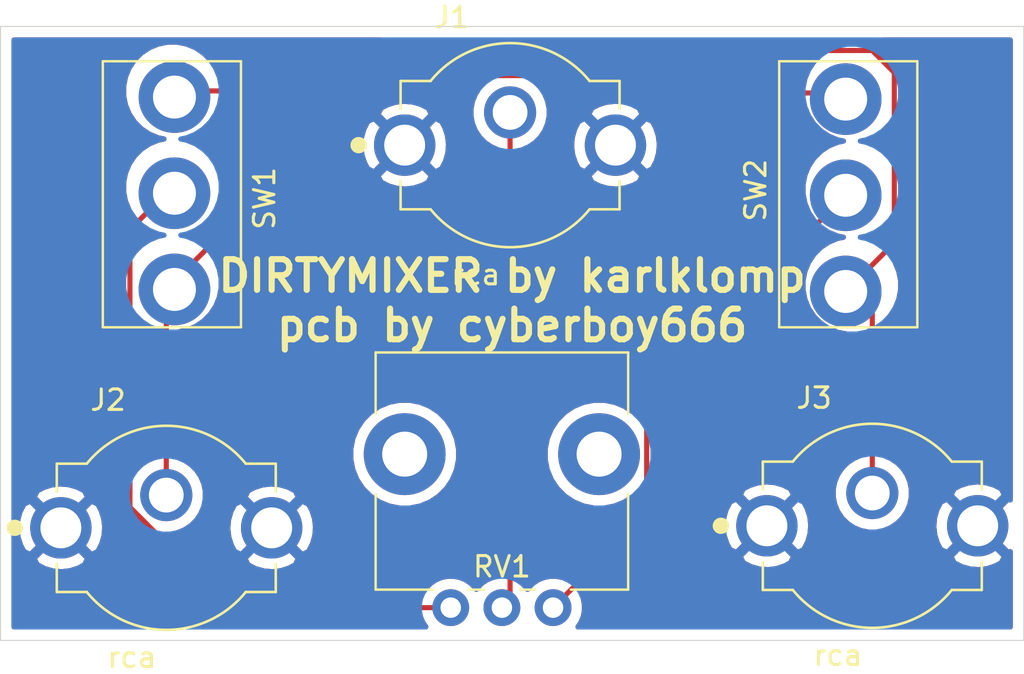
<source format=kicad_pcb>
(kicad_pcb (version 20171130) (host pcbnew "(5.1.4-0-10_14)")

  (general
    (thickness 1.6)
    (drawings 5)
    (tracks 26)
    (zones 0)
    (modules 6)
    (nets 7)
  )

  (page A4)
  (layers
    (0 F.Cu signal)
    (31 B.Cu signal)
    (32 B.Adhes user)
    (33 F.Adhes user)
    (34 B.Paste user)
    (35 F.Paste user)
    (36 B.SilkS user)
    (37 F.SilkS user)
    (38 B.Mask user)
    (39 F.Mask user)
    (40 Dwgs.User user)
    (41 Cmts.User user)
    (42 Eco1.User user)
    (43 Eco2.User user)
    (44 Edge.Cuts user)
    (45 Margin user)
    (46 B.CrtYd user)
    (47 F.CrtYd user)
    (48 B.Fab user)
    (49 F.Fab user)
  )

  (setup
    (last_trace_width 0.25)
    (user_trace_width 0.5)
    (trace_clearance 0.2)
    (zone_clearance 0.508)
    (zone_45_only no)
    (trace_min 0.2)
    (via_size 0.8)
    (via_drill 0.4)
    (via_min_size 0.4)
    (via_min_drill 0.3)
    (uvia_size 0.3)
    (uvia_drill 0.1)
    (uvias_allowed no)
    (uvia_min_size 0.2)
    (uvia_min_drill 0.1)
    (edge_width 0.05)
    (segment_width 0.2)
    (pcb_text_width 0.3)
    (pcb_text_size 1.5 1.5)
    (mod_edge_width 0.12)
    (mod_text_size 1 1)
    (mod_text_width 0.15)
    (pad_size 1.524 1.524)
    (pad_drill 0.762)
    (pad_to_mask_clearance 0.051)
    (solder_mask_min_width 0.25)
    (aux_axis_origin 0 0)
    (visible_elements FFFFFF7F)
    (pcbplotparams
      (layerselection 0x010fc_ffffffff)
      (usegerberextensions false)
      (usegerberattributes false)
      (usegerberadvancedattributes false)
      (creategerberjobfile false)
      (excludeedgelayer true)
      (linewidth 0.100000)
      (plotframeref false)
      (viasonmask false)
      (mode 1)
      (useauxorigin false)
      (hpglpennumber 1)
      (hpglpenspeed 20)
      (hpglpendiameter 15.000000)
      (psnegative false)
      (psa4output false)
      (plotreference true)
      (plotvalue true)
      (plotinvisibletext false)
      (padsonsilk false)
      (subtractmaskfromsilk false)
      (outputformat 1)
      (mirror false)
      (drillshape 1)
      (scaleselection 1)
      (outputdirectory ""))
  )

  (net 0 "")
  (net 1 "Net-(J1-Pad1)")
  (net 2 GND)
  (net 3 "Net-(J2-Pad1)")
  (net 4 "Net-(J3-Pad1)")
  (net 5 "Net-(RV1-Pad1)")
  (net 6 "Net-(RV1-Pad3)")

  (net_class Default "This is the default net class."
    (clearance 0.2)
    (trace_width 0.25)
    (via_dia 0.8)
    (via_drill 0.4)
    (uvia_dia 0.3)
    (uvia_drill 0.1)
    (add_net GND)
    (add_net "Net-(J1-Pad1)")
    (add_net "Net-(J2-Pad1)")
    (add_net "Net-(J3-Pad1)")
    (add_net "Net-(RV1-Pad1)")
    (add_net "Net-(RV1-Pad3)")
  )

  (module lib_fp:spdt_mini_toggle_switch_tayda (layer F.Cu) (tedit 5F98A9A8) (tstamp 5F98FE31)
    (at 141.4 58 270)
    (path /5F98E240)
    (fp_text reference SW2 (at 0 4.5 90) (layer F.SilkS)
      (effects (font (size 1 1) (thickness 0.15)))
    )
    (fp_text value SW_SPDT (at 0 2.5 90) (layer F.Fab)
      (effects (font (size 1 1) (thickness 0.15)))
    )
    (fp_line (start -6.3 -3.4) (end 6.7 -3.4) (layer F.CrtYd) (width 0.12))
    (fp_line (start -6.3 3.35) (end -6.3 -3.4) (layer F.CrtYd) (width 0.12))
    (fp_line (start 6.7 3.35) (end -6.3 3.35) (layer F.CrtYd) (width 0.12))
    (fp_line (start 6.7 -3.4) (end 6.7 3.35) (layer F.CrtYd) (width 0.12))
    (fp_line (start -6.3 -3.4) (end 6.7 -3.4) (layer F.Fab) (width 0.12))
    (fp_line (start -6.3 3.35) (end -6.3 -3.4) (layer F.Fab) (width 0.12))
    (fp_line (start 6.7 3.35) (end -6.3 3.35) (layer F.Fab) (width 0.12))
    (fp_line (start 6.7 -3.4) (end 6.7 3.35) (layer F.Fab) (width 0.12))
    (fp_line (start 6.7 -3.4) (end 6.7 0.1) (layer F.SilkS) (width 0.12))
    (fp_line (start -6.3 -3.4) (end 6.7 -3.4) (layer F.SilkS) (width 0.12))
    (fp_line (start -6.3 3.35) (end -6.3 -3.4) (layer F.SilkS) (width 0.12))
    (fp_line (start 6.7 3.35) (end -6.3 3.35) (layer F.SilkS) (width 0.12))
    (fp_line (start 6.7 0.1) (end 6.7 3.35) (layer F.SilkS) (width 0.12))
    (pad 3 thru_hole circle (at 4.95 0.1 270) (size 3.5 3.5) (drill 2.1) (layers *.Cu *.Mask)
      (net 4 "Net-(J3-Pad1)"))
    (pad 2 thru_hole circle (at 0.25 0.1 270) (size 3.5 3.5) (drill 2.1) (layers *.Cu *.Mask)
      (net 5 "Net-(RV1-Pad1)"))
    (pad 1 thru_hole circle (at -4.45 0.1 270) (size 3.5 3.5) (drill 2.1) (layers *.Cu *.Mask)
      (net 3 "Net-(J2-Pad1)"))
    (model ${KIPRJMOD}/3dmodels/spdt_toggle_switch.stp
      (offset (xyz -5 0 0))
      (scale (xyz 1 1 1))
      (rotate (xyz 0 0 0))
    )
  )

  (module lib_fp:spdt_mini_toggle_switch_tayda (layer F.Cu) (tedit 5F98A9A8) (tstamp 5F98FE1D)
    (at 108.4 58.4 90)
    (path /5F991EB9)
    (fp_text reference SW1 (at 0 4.5 90) (layer F.SilkS)
      (effects (font (size 1 1) (thickness 0.15)))
    )
    (fp_text value SW_SPDT (at 0 2.5 90) (layer F.Fab)
      (effects (font (size 1 1) (thickness 0.15)))
    )
    (fp_line (start -6.3 -3.4) (end 6.7 -3.4) (layer F.CrtYd) (width 0.12))
    (fp_line (start -6.3 3.35) (end -6.3 -3.4) (layer F.CrtYd) (width 0.12))
    (fp_line (start 6.7 3.35) (end -6.3 3.35) (layer F.CrtYd) (width 0.12))
    (fp_line (start 6.7 -3.4) (end 6.7 3.35) (layer F.CrtYd) (width 0.12))
    (fp_line (start -6.3 -3.4) (end 6.7 -3.4) (layer F.Fab) (width 0.12))
    (fp_line (start -6.3 3.35) (end -6.3 -3.4) (layer F.Fab) (width 0.12))
    (fp_line (start 6.7 3.35) (end -6.3 3.35) (layer F.Fab) (width 0.12))
    (fp_line (start 6.7 -3.4) (end 6.7 3.35) (layer F.Fab) (width 0.12))
    (fp_line (start 6.7 -3.4) (end 6.7 0.1) (layer F.SilkS) (width 0.12))
    (fp_line (start -6.3 -3.4) (end 6.7 -3.4) (layer F.SilkS) (width 0.12))
    (fp_line (start -6.3 3.35) (end -6.3 -3.4) (layer F.SilkS) (width 0.12))
    (fp_line (start 6.7 3.35) (end -6.3 3.35) (layer F.SilkS) (width 0.12))
    (fp_line (start 6.7 0.1) (end 6.7 3.35) (layer F.SilkS) (width 0.12))
    (pad 3 thru_hole circle (at 4.95 0.1 90) (size 3.5 3.5) (drill 2.1) (layers *.Cu *.Mask)
      (net 4 "Net-(J3-Pad1)"))
    (pad 2 thru_hole circle (at 0.25 0.1 90) (size 3.5 3.5) (drill 2.1) (layers *.Cu *.Mask)
      (net 6 "Net-(RV1-Pad3)"))
    (pad 1 thru_hole circle (at -4.45 0.1 90) (size 3.5 3.5) (drill 2.1) (layers *.Cu *.Mask)
      (net 3 "Net-(J2-Pad1)"))
    (model ${KIPRJMOD}/3dmodels/spdt_toggle_switch.stp
      (offset (xyz -5 0 0))
      (scale (xyz 1 1 1))
      (rotate (xyz 0 0 0))
    )
  )

  (module lib_fp:pot_vertical_9mm (layer F.Cu) (tedit 5F9899E5) (tstamp 5F98FAE6)
    (at 127 78.4 90)
    (descr "Potentiometer, vertical, Alps RK09L Single, http://www.alps.com/prod/info/E/HTML/Potentiometer/RotaryPotentiometers/RK09L/RK09L_list.html")
    (tags "Potentiometer vertical Alps RK09L Single")
    (path /5F98EFA8)
    (fp_text reference RV1 (at 2 -2.5 180) (layer F.SilkS)
      (effects (font (size 1 1) (thickness 0.15)))
    )
    (fp_text value R_POT (at 3.45 -1.55 180) (layer F.Fab)
      (effects (font (size 1 1) (thickness 0.15)))
    )
    (fp_text user %R (at 2 -2.5) (layer F.Fab)
      (effects (font (size 1 1) (thickness 0.15)))
    )
    (fp_line (start 12.6 -9.5) (end -1.15 -9.5) (layer F.CrtYd) (width 0.05))
    (fp_line (start 12.6 4.5) (end 12.6 -9.5) (layer F.CrtYd) (width 0.05))
    (fp_line (start -1.15 4.5) (end 12.6 4.5) (layer F.CrtYd) (width 0.05))
    (fp_line (start -1.15 -9.5) (end -1.15 4.5) (layer F.CrtYd) (width 0.05))
    (fp_line (start 12.47 -8.67) (end 12.47 3.67) (layer F.SilkS) (width 0.12))
    (fp_line (start 0.88 0.87) (end 0.88 3.67) (layer F.SilkS) (width 0.12))
    (fp_line (start 0.88 -1.629) (end 0.88 -0.87) (layer F.SilkS) (width 0.12))
    (fp_line (start 0.88 -4.129) (end 0.88 -3.37) (layer F.SilkS) (width 0.12))
    (fp_line (start 0.88 -8.67) (end 0.88 -5.871) (layer F.SilkS) (width 0.12))
    (fp_line (start 9.455 3.67) (end 12.47 3.67) (layer F.SilkS) (width 0.12))
    (fp_line (start 0.88 3.67) (end 5.546 3.67) (layer F.SilkS) (width 0.12))
    (fp_line (start 9.455 -8.67) (end 12.47 -8.67) (layer F.SilkS) (width 0.12))
    (fp_line (start 0.88 -8.67) (end 5.546 -8.67) (layer F.SilkS) (width 0.12))
    (fp_line (start 12.35 -8.55) (end 1 -8.55) (layer F.Fab) (width 0.1))
    (fp_line (start 12.35 3.55) (end 12.35 -8.55) (layer F.Fab) (width 0.1))
    (fp_line (start 1 3.55) (end 12.35 3.55) (layer F.Fab) (width 0.1))
    (fp_line (start 1 -8.55) (end 1 3.55) (layer F.Fab) (width 0.1))
    (fp_circle (center 7.5 -2.5) (end 10.5 -2.5) (layer F.Fab) (width 0.1))
    (pad "" np_thru_hole circle (at 7.5 2.25 90) (size 4 4) (drill 2.2) (layers *.Cu *.Mask))
    (pad "" np_thru_hole circle (at 7.5 -7.25 90) (size 4 4) (drill 2.2) (layers *.Cu *.Mask))
    (pad 1 thru_hole circle (at 0 0 90) (size 1.8 1.8) (drill 1) (layers *.Cu *.Mask)
      (net 5 "Net-(RV1-Pad1)"))
    (pad 2 thru_hole circle (at 0 -2.5 90) (size 1.8 1.8) (drill 1) (layers *.Cu *.Mask)
      (net 1 "Net-(J1-Pad1)"))
    (pad 3 thru_hole circle (at 0 -5 90) (size 1.8 1.8) (drill 1) (layers *.Cu *.Mask)
      (net 6 "Net-(RV1-Pad3)"))
    (model ${KISYS3DMOD}/Potentiometer_THT.3dshapes/Potentiometer_Alps_RK09L_Single_Vertical.wrl
      (at (xyz 0 0 0))
      (scale (xyz 1 1 1))
      (rotate (xyz 0 0 0))
    )
    (model ${KIPRJMOD}/3dmodels/pot_vertical.step
      (offset (xyz 7 2.4 1))
      (scale (xyz 1 1 1))
      (rotate (xyz 0 0 -90))
    )
  )

  (module lib_fp:rca_vertical (layer F.Cu) (tedit 5F989BB0) (tstamp 5F98FACA)
    (at 142.6 74.4)
    (descr "<b>DC POWER JACK</b><p>Source: DCJ0202.pdf")
    (path /5F98CBC5)
    (fp_text reference J3 (at -2.84404 -6.24388) (layer F.SilkS)
      (effects (font (size 1.00143 1.00143) (thickness 0.15)))
    )
    (fp_text value rca (at -1.67672 6.32154) (layer F.SilkS)
      (effects (font (size 1.00104 1.00104) (thickness 0.15)))
    )
    (fp_line (start 5.35 1.765) (end 5.35 3.135) (layer F.SilkS) (width 0.127))
    (fp_line (start 5.35 -3.135) (end 5.35 -1.765) (layer F.SilkS) (width 0.127))
    (fp_line (start -5.35 -3.135) (end -5.35 -1.765) (layer F.SilkS) (width 0.127))
    (fp_line (start -5.35 1.765) (end -5.35 3.135) (layer F.SilkS) (width 0.127))
    (fp_line (start -6.9 1.75) (end -5.6 1.75) (layer Eco1.User) (width 0.05))
    (fp_line (start -6.9 -1.7) (end -6.9 1.75) (layer Eco1.User) (width 0.05))
    (fp_line (start -5.6 -1.7) (end -6.9 -1.7) (layer Eco1.User) (width 0.05))
    (fp_line (start 6.95 1.7) (end 5.6 1.7) (layer Eco1.User) (width 0.05))
    (fp_line (start 6.95 -1.75) (end 6.95 1.7) (layer Eco1.User) (width 0.05))
    (fp_line (start 5.6 -1.75) (end 6.95 -1.75) (layer Eco1.User) (width 0.05))
    (fp_arc (start -0.002 0.223988) (end -3.901 3.385) (angle -101.9) (layer Eco1.User) (width 0.05))
    (fp_arc (start -0.004 -0.223988) (end 3.895 -3.385) (angle -101.9) (layer Eco1.User) (width 0.05))
    (fp_line (start 5.6 3.385) (end 3.904 3.385) (layer Eco1.User) (width 0.05))
    (fp_line (start -3.901 3.385) (end -5.6 3.385) (layer Eco1.User) (width 0.05))
    (fp_line (start -5.6 -3.385) (end -5.605 -3.385) (layer Eco1.User) (width 0.05))
    (fp_line (start -3.903 -3.385) (end -5.6 -3.385) (layer Eco1.User) (width 0.05))
    (fp_line (start 5.6 -3.385) (end 3.895 -3.385) (layer Eco1.User) (width 0.05))
    (fp_line (start 5.6 -1.75) (end 5.6 -3.385) (layer Eco1.User) (width 0.05))
    (fp_line (start 5.6 3.385) (end 5.6 1.7) (layer Eco1.User) (width 0.05))
    (fp_line (start -5.6 1.75) (end -5.6 3.385) (layer Eco1.User) (width 0.05))
    (fp_line (start -5.6 -3.385) (end -5.6 -1.7) (layer Eco1.User) (width 0.05))
    (fp_arc (start 0 -0.013851) (end -3.884 3.135) (angle -101.9) (layer F.SilkS) (width 0.127))
    (fp_arc (start 0 0.013851) (end 3.884 -3.135) (angle -101.9) (layer F.SilkS) (width 0.127))
    (fp_line (start 5.35 3.135) (end 3.884 3.135) (layer F.SilkS) (width 0.127))
    (fp_line (start -3.884 3.135) (end -5.35 3.135) (layer F.SilkS) (width 0.127))
    (fp_line (start -3.884 -3.135) (end -5.35 -3.135) (layer F.SilkS) (width 0.127))
    (fp_line (start 5.35 -3.135) (end 3.884 -3.135) (layer F.SilkS) (width 0.127))
    (fp_arc (start 0 -0.013851) (end -3.884 3.135) (angle -101.9) (layer Eco2.User) (width 0.127))
    (fp_arc (start 0 0.013851) (end 3.884 -3.135) (angle -101.9) (layer Eco2.User) (width 0.127))
    (fp_line (start 5.35 3.135) (end 3.884 3.135) (layer Eco2.User) (width 0.127))
    (fp_line (start -3.884 3.135) (end -5.35 3.135) (layer Eco2.User) (width 0.127))
    (fp_line (start -3.884 -3.135) (end -5.35 -3.135) (layer Eco2.User) (width 0.127))
    (fp_line (start 5.35 -3.135) (end 3.884 -3.135) (layer Eco2.User) (width 0.127))
    (fp_line (start 5.35 3.135) (end 5.35 -3.135) (layer Eco2.User) (width 0.127))
    (fp_line (start -5.35 -3.135) (end -5.35 3.135) (layer Eco2.User) (width 0.127))
    (fp_circle (center -7.4 0) (end -7.2 0) (layer F.SilkS) (width 0.4))
    (pad 1 thru_hole circle (at 0 -1.6) (size 2.55 2.55) (drill 1.7) (layers *.Cu *.Mask)
      (net 4 "Net-(J3-Pad1)"))
    (pad 2 thru_hole circle (at 5.15 0) (size 3 3) (drill 2) (layers *.Cu *.Mask)
      (net 2 GND))
    (pad 2 thru_hole circle (at -5.15 0) (size 3 3) (drill 2) (layers *.Cu *.Mask)
      (net 2 GND))
    (model ${KIPRJMOD}/3dmodels/rca_vertical.step
      (offset (xyz 0 0 -5))
      (scale (xyz 1 1 1))
      (rotate (xyz 90 90 180))
    )
  )

  (module lib_fp:rca_vertical (layer F.Cu) (tedit 5F989BB0) (tstamp 5F98FA9F)
    (at 108.1 74.5)
    (descr "<b>DC POWER JACK</b><p>Source: DCJ0202.pdf")
    (path /5F98C09F)
    (fp_text reference J2 (at -2.84404 -6.24388) (layer F.SilkS)
      (effects (font (size 1.00143 1.00143) (thickness 0.15)))
    )
    (fp_text value rca (at -1.67672 6.32154) (layer F.SilkS)
      (effects (font (size 1.00104 1.00104) (thickness 0.15)))
    )
    (fp_line (start 5.35 1.765) (end 5.35 3.135) (layer F.SilkS) (width 0.127))
    (fp_line (start 5.35 -3.135) (end 5.35 -1.765) (layer F.SilkS) (width 0.127))
    (fp_line (start -5.35 -3.135) (end -5.35 -1.765) (layer F.SilkS) (width 0.127))
    (fp_line (start -5.35 1.765) (end -5.35 3.135) (layer F.SilkS) (width 0.127))
    (fp_line (start -6.9 1.75) (end -5.6 1.75) (layer Eco1.User) (width 0.05))
    (fp_line (start -6.9 -1.7) (end -6.9 1.75) (layer Eco1.User) (width 0.05))
    (fp_line (start -5.6 -1.7) (end -6.9 -1.7) (layer Eco1.User) (width 0.05))
    (fp_line (start 6.95 1.7) (end 5.6 1.7) (layer Eco1.User) (width 0.05))
    (fp_line (start 6.95 -1.75) (end 6.95 1.7) (layer Eco1.User) (width 0.05))
    (fp_line (start 5.6 -1.75) (end 6.95 -1.75) (layer Eco1.User) (width 0.05))
    (fp_arc (start -0.002 0.223988) (end -3.901 3.385) (angle -101.9) (layer Eco1.User) (width 0.05))
    (fp_arc (start -0.004 -0.223988) (end 3.895 -3.385) (angle -101.9) (layer Eco1.User) (width 0.05))
    (fp_line (start 5.6 3.385) (end 3.904 3.385) (layer Eco1.User) (width 0.05))
    (fp_line (start -3.901 3.385) (end -5.6 3.385) (layer Eco1.User) (width 0.05))
    (fp_line (start -5.6 -3.385) (end -5.605 -3.385) (layer Eco1.User) (width 0.05))
    (fp_line (start -3.903 -3.385) (end -5.6 -3.385) (layer Eco1.User) (width 0.05))
    (fp_line (start 5.6 -3.385) (end 3.895 -3.385) (layer Eco1.User) (width 0.05))
    (fp_line (start 5.6 -1.75) (end 5.6 -3.385) (layer Eco1.User) (width 0.05))
    (fp_line (start 5.6 3.385) (end 5.6 1.7) (layer Eco1.User) (width 0.05))
    (fp_line (start -5.6 1.75) (end -5.6 3.385) (layer Eco1.User) (width 0.05))
    (fp_line (start -5.6 -3.385) (end -5.6 -1.7) (layer Eco1.User) (width 0.05))
    (fp_arc (start 0 -0.013851) (end -3.884 3.135) (angle -101.9) (layer F.SilkS) (width 0.127))
    (fp_arc (start 0 0.013851) (end 3.884 -3.135) (angle -101.9) (layer F.SilkS) (width 0.127))
    (fp_line (start 5.35 3.135) (end 3.884 3.135) (layer F.SilkS) (width 0.127))
    (fp_line (start -3.884 3.135) (end -5.35 3.135) (layer F.SilkS) (width 0.127))
    (fp_line (start -3.884 -3.135) (end -5.35 -3.135) (layer F.SilkS) (width 0.127))
    (fp_line (start 5.35 -3.135) (end 3.884 -3.135) (layer F.SilkS) (width 0.127))
    (fp_arc (start 0 -0.013851) (end -3.884 3.135) (angle -101.9) (layer Eco2.User) (width 0.127))
    (fp_arc (start 0 0.013851) (end 3.884 -3.135) (angle -101.9) (layer Eco2.User) (width 0.127))
    (fp_line (start 5.35 3.135) (end 3.884 3.135) (layer Eco2.User) (width 0.127))
    (fp_line (start -3.884 3.135) (end -5.35 3.135) (layer Eco2.User) (width 0.127))
    (fp_line (start -3.884 -3.135) (end -5.35 -3.135) (layer Eco2.User) (width 0.127))
    (fp_line (start 5.35 -3.135) (end 3.884 -3.135) (layer Eco2.User) (width 0.127))
    (fp_line (start 5.35 3.135) (end 5.35 -3.135) (layer Eco2.User) (width 0.127))
    (fp_line (start -5.35 -3.135) (end -5.35 3.135) (layer Eco2.User) (width 0.127))
    (fp_circle (center -7.4 0) (end -7.2 0) (layer F.SilkS) (width 0.4))
    (pad 1 thru_hole circle (at 0 -1.6) (size 2.55 2.55) (drill 1.7) (layers *.Cu *.Mask)
      (net 3 "Net-(J2-Pad1)"))
    (pad 2 thru_hole circle (at 5.15 0) (size 3 3) (drill 2) (layers *.Cu *.Mask)
      (net 2 GND))
    (pad 2 thru_hole circle (at -5.15 0) (size 3 3) (drill 2) (layers *.Cu *.Mask)
      (net 2 GND))
    (model ${KIPRJMOD}/3dmodels/rca_vertical.step
      (offset (xyz 0 0 -5))
      (scale (xyz 1 1 1))
      (rotate (xyz 90 90 180))
    )
  )

  (module lib_fp:rca_vertical (layer F.Cu) (tedit 5F989BB0) (tstamp 5F98FA74)
    (at 124.9 55.8)
    (descr "<b>DC POWER JACK</b><p>Source: DCJ0202.pdf")
    (path /5F98FF9E)
    (fp_text reference J1 (at -2.84404 -6.24388) (layer F.SilkS)
      (effects (font (size 1.00143 1.00143) (thickness 0.15)))
    )
    (fp_text value rca (at -1.67672 6.32154) (layer F.SilkS)
      (effects (font (size 1.00104 1.00104) (thickness 0.15)))
    )
    (fp_line (start 5.35 1.765) (end 5.35 3.135) (layer F.SilkS) (width 0.127))
    (fp_line (start 5.35 -3.135) (end 5.35 -1.765) (layer F.SilkS) (width 0.127))
    (fp_line (start -5.35 -3.135) (end -5.35 -1.765) (layer F.SilkS) (width 0.127))
    (fp_line (start -5.35 1.765) (end -5.35 3.135) (layer F.SilkS) (width 0.127))
    (fp_line (start -6.9 1.75) (end -5.6 1.75) (layer Eco1.User) (width 0.05))
    (fp_line (start -6.9 -1.7) (end -6.9 1.75) (layer Eco1.User) (width 0.05))
    (fp_line (start -5.6 -1.7) (end -6.9 -1.7) (layer Eco1.User) (width 0.05))
    (fp_line (start 6.95 1.7) (end 5.6 1.7) (layer Eco1.User) (width 0.05))
    (fp_line (start 6.95 -1.75) (end 6.95 1.7) (layer Eco1.User) (width 0.05))
    (fp_line (start 5.6 -1.75) (end 6.95 -1.75) (layer Eco1.User) (width 0.05))
    (fp_arc (start -0.002 0.223988) (end -3.901 3.385) (angle -101.9) (layer Eco1.User) (width 0.05))
    (fp_arc (start -0.004 -0.223988) (end 3.895 -3.385) (angle -101.9) (layer Eco1.User) (width 0.05))
    (fp_line (start 5.6 3.385) (end 3.904 3.385) (layer Eco1.User) (width 0.05))
    (fp_line (start -3.901 3.385) (end -5.6 3.385) (layer Eco1.User) (width 0.05))
    (fp_line (start -5.6 -3.385) (end -5.605 -3.385) (layer Eco1.User) (width 0.05))
    (fp_line (start -3.903 -3.385) (end -5.6 -3.385) (layer Eco1.User) (width 0.05))
    (fp_line (start 5.6 -3.385) (end 3.895 -3.385) (layer Eco1.User) (width 0.05))
    (fp_line (start 5.6 -1.75) (end 5.6 -3.385) (layer Eco1.User) (width 0.05))
    (fp_line (start 5.6 3.385) (end 5.6 1.7) (layer Eco1.User) (width 0.05))
    (fp_line (start -5.6 1.75) (end -5.6 3.385) (layer Eco1.User) (width 0.05))
    (fp_line (start -5.6 -3.385) (end -5.6 -1.7) (layer Eco1.User) (width 0.05))
    (fp_arc (start 0 -0.013851) (end -3.884 3.135) (angle -101.9) (layer F.SilkS) (width 0.127))
    (fp_arc (start 0 0.013851) (end 3.884 -3.135) (angle -101.9) (layer F.SilkS) (width 0.127))
    (fp_line (start 5.35 3.135) (end 3.884 3.135) (layer F.SilkS) (width 0.127))
    (fp_line (start -3.884 3.135) (end -5.35 3.135) (layer F.SilkS) (width 0.127))
    (fp_line (start -3.884 -3.135) (end -5.35 -3.135) (layer F.SilkS) (width 0.127))
    (fp_line (start 5.35 -3.135) (end 3.884 -3.135) (layer F.SilkS) (width 0.127))
    (fp_arc (start 0 -0.013851) (end -3.884 3.135) (angle -101.9) (layer Eco2.User) (width 0.127))
    (fp_arc (start 0 0.013851) (end 3.884 -3.135) (angle -101.9) (layer Eco2.User) (width 0.127))
    (fp_line (start 5.35 3.135) (end 3.884 3.135) (layer Eco2.User) (width 0.127))
    (fp_line (start -3.884 3.135) (end -5.35 3.135) (layer Eco2.User) (width 0.127))
    (fp_line (start -3.884 -3.135) (end -5.35 -3.135) (layer Eco2.User) (width 0.127))
    (fp_line (start 5.35 -3.135) (end 3.884 -3.135) (layer Eco2.User) (width 0.127))
    (fp_line (start 5.35 3.135) (end 5.35 -3.135) (layer Eco2.User) (width 0.127))
    (fp_line (start -5.35 -3.135) (end -5.35 3.135) (layer Eco2.User) (width 0.127))
    (fp_circle (center -7.4 0) (end -7.2 0) (layer F.SilkS) (width 0.4))
    (pad 1 thru_hole circle (at 0 -1.6) (size 2.55 2.55) (drill 1.7) (layers *.Cu *.Mask)
      (net 1 "Net-(J1-Pad1)"))
    (pad 2 thru_hole circle (at 5.15 0) (size 3 3) (drill 2) (layers *.Cu *.Mask)
      (net 2 GND))
    (pad 2 thru_hole circle (at -5.15 0) (size 3 3) (drill 2) (layers *.Cu *.Mask)
      (net 2 GND))
    (model ${KIPRJMOD}/3dmodels/rca_vertical.step
      (offset (xyz 0 0 -5))
      (scale (xyz 1 1 1))
      (rotate (xyz 90 90 180))
    )
  )

  (gr_text "DIRTYMIXER by karlklomp\npcb by cyberboy666" (at 125 63.4) (layer F.SilkS)
    (effects (font (size 1.5 1.5) (thickness 0.3)))
  )
  (gr_line (start 100 80) (end 100 50) (layer Edge.Cuts) (width 0.05) (tstamp 5F98FFA1))
  (gr_line (start 150 80) (end 100 80) (layer Edge.Cuts) (width 0.05))
  (gr_line (start 150 50) (end 150 80) (layer Edge.Cuts) (width 0.05))
  (gr_line (start 100 50) (end 150 50) (layer Edge.Cuts) (width 0.05))

  (segment (start 124.9 78) (end 124.5 78.4) (width 0.25) (layer F.Cu) (net 1))
  (segment (start 124.9 54.2) (end 124.9 78) (width 0.25) (layer F.Cu) (net 1))
  (segment (start 108.1 62.85) (end 108.4 62.55) (width 0.25) (layer F.Cu) (net 3))
  (segment (start 108.1 72.9) (end 108.1 62.85) (width 0.25) (layer F.Cu) (net 3))
  (segment (start 141.6 53.25) (end 130.65 53.25) (width 0.25) (layer F.Cu) (net 3))
  (segment (start 130.65 53.25) (end 129.8 52.4) (width 0.25) (layer F.Cu) (net 3))
  (segment (start 118.55 52.4) (end 108.4 62.55) (width 0.25) (layer F.Cu) (net 3))
  (segment (start 129.8 52.4) (end 118.55 52.4) (width 0.25) (layer F.Cu) (net 3))
  (segment (start 142.6 63.65) (end 141.6 62.65) (width 0.25) (layer F.Cu) (net 4))
  (segment (start 142.6 72.8) (end 142.6 63.65) (width 0.25) (layer F.Cu) (net 4))
  (segment (start 143.349999 60.900001) (end 141.6 62.65) (width 0.25) (layer F.Cu) (net 4))
  (segment (start 142.596001 51.174999) (end 143.675001 52.253999) (width 0.25) (layer F.Cu) (net 4))
  (segment (start 119.138591 51.174999) (end 142.596001 51.174999) (width 0.25) (layer F.Cu) (net 4))
  (segment (start 143.675001 60.574999) (end 143.349999 60.900001) (width 0.25) (layer F.Cu) (net 4))
  (segment (start 117.16359 53.15) (end 119.138591 51.174999) (width 0.25) (layer F.Cu) (net 4))
  (segment (start 143.675001 52.253999) (end 143.675001 60.574999) (width 0.25) (layer F.Cu) (net 4))
  (segment (start 108.4 53.15) (end 117.16359 53.15) (width 0.25) (layer F.Cu) (net 4))
  (segment (start 139.850001 59.699999) (end 141.6 57.95) (width 0.25) (layer F.Cu) (net 5))
  (segment (start 131.575001 67.974999) (end 139.850001 59.699999) (width 0.25) (layer F.Cu) (net 5))
  (segment (start 131.575001 73.824999) (end 131.575001 67.974999) (width 0.25) (layer F.Cu) (net 5))
  (segment (start 127 78.4) (end 131.575001 73.824999) (width 0.25) (layer F.Cu) (net 5))
  (segment (start 106.650001 59.599999) (end 108.4 57.85) (width 0.25) (layer F.Cu) (net 6))
  (segment (start 106.324999 59.925001) (end 106.650001 59.599999) (width 0.25) (layer F.Cu) (net 6))
  (segment (start 106.324999 73.493001) (end 106.324999 59.925001) (width 0.25) (layer F.Cu) (net 6))
  (segment (start 111.231998 78.4) (end 106.324999 73.493001) (width 0.25) (layer F.Cu) (net 6))
  (segment (start 122 78.4) (end 111.231998 78.4) (width 0.25) (layer F.Cu) (net 6))

  (zone (net 2) (net_name GND) (layer F.Cu) (tstamp 0) (hatch edge 0.508)
    (connect_pads (clearance 0.508))
    (min_thickness 0.254)
    (fill yes (arc_segments 32) (thermal_gap 0.508) (thermal_bridge_width 0.508))
    (polygon
      (pts
        (xy 100 50) (xy 150 50) (xy 150 80) (xy 100 80)
      )
    )
    (filled_polygon
      (pts
        (xy 118.574792 50.663996) (xy 116.848789 52.39) (xy 110.666703 52.39) (xy 110.51356 52.020279) (xy 110.25255 51.629651)
        (xy 109.920349 51.29745) (xy 109.529721 51.03644) (xy 109.095679 50.856654) (xy 108.634902 50.765) (xy 108.165098 50.765)
        (xy 107.704321 50.856654) (xy 107.270279 51.03644) (xy 106.879651 51.29745) (xy 106.54745 51.629651) (xy 106.28644 52.020279)
        (xy 106.106654 52.454321) (xy 106.015 52.915098) (xy 106.015 53.384902) (xy 106.106654 53.845679) (xy 106.28644 54.279721)
        (xy 106.54745 54.670349) (xy 106.879651 55.00255) (xy 107.270279 55.26356) (xy 107.704321 55.443346) (xy 107.989141 55.5)
        (xy 107.704321 55.556654) (xy 107.270279 55.73644) (xy 106.879651 55.99745) (xy 106.54745 56.329651) (xy 106.28644 56.720279)
        (xy 106.106654 57.154321) (xy 106.015 57.615098) (xy 106.015 58.084902) (xy 106.106654 58.545679) (xy 106.259798 58.915401)
        (xy 105.813997 59.361202) (xy 105.784999 59.385) (xy 105.761201 59.413998) (xy 105.7612 59.413999) (xy 105.690025 59.500725)
        (xy 105.619453 59.632755) (xy 105.598282 59.70255) (xy 105.575997 59.776015) (xy 105.571074 59.825997) (xy 105.561323 59.925001)
        (xy 105.565 59.962333) (xy 105.564999 73.455679) (xy 105.561323 73.493001) (xy 105.564999 73.530323) (xy 105.564999 73.530333)
        (xy 105.575996 73.641986) (xy 105.619453 73.785247) (xy 105.690025 73.917277) (xy 105.72987 73.965827) (xy 105.784998 74.033002)
        (xy 105.814002 74.056805) (xy 110.668199 78.911003) (xy 110.691997 78.940001) (xy 110.720995 78.963799) (xy 110.807722 79.034974)
        (xy 110.939751 79.105546) (xy 111.083012 79.149003) (xy 111.231998 79.163677) (xy 111.269331 79.16) (xy 120.661687 79.16)
        (xy 120.78196 79.34) (xy 100.66 79.34) (xy 100.66 75.991653) (xy 101.637952 75.991653) (xy 101.793962 76.307214)
        (xy 102.168745 76.49802) (xy 102.573551 76.612044) (xy 102.992824 76.644902) (xy 103.410451 76.595334) (xy 103.810383 76.465243)
        (xy 104.106038 76.307214) (xy 104.262048 75.991653) (xy 102.95 74.679605) (xy 101.637952 75.991653) (xy 100.66 75.991653)
        (xy 100.66 74.542824) (xy 100.805098 74.542824) (xy 100.854666 74.960451) (xy 100.984757 75.360383) (xy 101.142786 75.656038)
        (xy 101.458347 75.812048) (xy 102.770395 74.5) (xy 103.129605 74.5) (xy 104.441653 75.812048) (xy 104.757214 75.656038)
        (xy 104.94802 75.281255) (xy 105.062044 74.876449) (xy 105.094902 74.457176) (xy 105.045334 74.039549) (xy 104.915243 73.639617)
        (xy 104.757214 73.343962) (xy 104.441653 73.187952) (xy 103.129605 74.5) (xy 102.770395 74.5) (xy 101.458347 73.187952)
        (xy 101.142786 73.343962) (xy 100.95198 73.718745) (xy 100.837956 74.123551) (xy 100.805098 74.542824) (xy 100.66 74.542824)
        (xy 100.66 73.008347) (xy 101.637952 73.008347) (xy 102.95 74.320395) (xy 104.262048 73.008347) (xy 104.106038 72.692786)
        (xy 103.731255 72.50198) (xy 103.326449 72.387956) (xy 102.907176 72.355098) (xy 102.489549 72.404666) (xy 102.089617 72.534757)
        (xy 101.793962 72.692786) (xy 101.637952 73.008347) (xy 100.66 73.008347) (xy 100.66 50.66) (xy 118.578071 50.66)
      )
    )
    (filled_polygon
      (pts
        (xy 149.340001 73.136574) (xy 149.241653 73.087952) (xy 147.929605 74.4) (xy 149.241653 75.712048) (xy 149.340001 75.663426)
        (xy 149.340001 79.34) (xy 128.21804 79.34) (xy 128.360299 79.127095) (xy 128.476011 78.847743) (xy 128.535 78.551184)
        (xy 128.535 78.248816) (xy 128.483731 77.99107) (xy 130.583148 75.891653) (xy 136.137952 75.891653) (xy 136.293962 76.207214)
        (xy 136.668745 76.39802) (xy 137.073551 76.512044) (xy 137.492824 76.544902) (xy 137.910451 76.495334) (xy 138.310383 76.365243)
        (xy 138.606038 76.207214) (xy 138.762048 75.891653) (xy 146.437952 75.891653) (xy 146.593962 76.207214) (xy 146.968745 76.39802)
        (xy 147.373551 76.512044) (xy 147.792824 76.544902) (xy 148.210451 76.495334) (xy 148.610383 76.365243) (xy 148.906038 76.207214)
        (xy 149.062048 75.891653) (xy 147.75 74.579605) (xy 146.437952 75.891653) (xy 138.762048 75.891653) (xy 137.45 74.579605)
        (xy 136.137952 75.891653) (xy 130.583148 75.891653) (xy 132.031978 74.442824) (xy 135.305098 74.442824) (xy 135.354666 74.860451)
        (xy 135.484757 75.260383) (xy 135.642786 75.556038) (xy 135.958347 75.712048) (xy 137.270395 74.4) (xy 137.629605 74.4)
        (xy 138.941653 75.712048) (xy 139.257214 75.556038) (xy 139.44802 75.181255) (xy 139.562044 74.776449) (xy 139.594902 74.357176)
        (xy 139.545334 73.939549) (xy 139.415243 73.539617) (xy 139.257214 73.243962) (xy 138.941653 73.087952) (xy 137.629605 74.4)
        (xy 137.270395 74.4) (xy 135.958347 73.087952) (xy 135.642786 73.243962) (xy 135.45198 73.618745) (xy 135.337956 74.023551)
        (xy 135.305098 74.442824) (xy 132.031978 74.442824) (xy 132.08601 74.388793) (xy 132.115002 74.365) (xy 132.138796 74.336007)
        (xy 132.1388 74.336003) (xy 132.196812 74.265314) (xy 132.209975 74.249275) (xy 132.280547 74.117246) (xy 132.324004 73.973985)
        (xy 132.335001 73.862332) (xy 132.335001 73.862323) (xy 132.338677 73.825) (xy 132.335001 73.787677) (xy 132.335001 72.908347)
        (xy 136.137952 72.908347) (xy 137.45 74.220395) (xy 138.762048 72.908347) (xy 138.606038 72.592786) (xy 138.231255 72.40198)
        (xy 137.826449 72.287956) (xy 137.407176 72.255098) (xy 136.989549 72.304666) (xy 136.589617 72.434757) (xy 136.293962 72.592786)
        (xy 136.137952 72.908347) (xy 132.335001 72.908347) (xy 132.335001 68.2898) (xy 140.4138 60.211002) (xy 140.413804 60.210997)
        (xy 140.534599 60.090202) (xy 140.904321 60.243346) (xy 141.189141 60.3) (xy 140.904321 60.356654) (xy 140.470279 60.53644)
        (xy 140.079651 60.79745) (xy 139.74745 61.129651) (xy 139.48644 61.520279) (xy 139.306654 61.954321) (xy 139.215 62.415098)
        (xy 139.215 62.884902) (xy 139.306654 63.345679) (xy 139.48644 63.779721) (xy 139.74745 64.170349) (xy 140.079651 64.50255)
        (xy 140.470279 64.76356) (xy 140.904321 64.943346) (xy 141.365098 65.035) (xy 141.834902 65.035) (xy 141.840001 65.033986)
        (xy 141.84 71.047433) (xy 141.695276 71.10738) (xy 141.382446 71.316406) (xy 141.116406 71.582446) (xy 140.90738 71.895276)
        (xy 140.7634 72.242873) (xy 140.69 72.611881) (xy 140.69 72.988119) (xy 140.7634 73.357127) (xy 140.90738 73.704724)
        (xy 141.116406 74.017554) (xy 141.382446 74.283594) (xy 141.695276 74.49262) (xy 142.042873 74.6366) (xy 142.411881 74.71)
        (xy 142.788119 74.71) (xy 143.157127 74.6366) (xy 143.504724 74.49262) (xy 143.579249 74.442824) (xy 145.605098 74.442824)
        (xy 145.654666 74.860451) (xy 145.784757 75.260383) (xy 145.942786 75.556038) (xy 146.258347 75.712048) (xy 147.570395 74.4)
        (xy 146.258347 73.087952) (xy 145.942786 73.243962) (xy 145.75198 73.618745) (xy 145.637956 74.023551) (xy 145.605098 74.442824)
        (xy 143.579249 74.442824) (xy 143.817554 74.283594) (xy 144.083594 74.017554) (xy 144.29262 73.704724) (xy 144.4366 73.357127)
        (xy 144.51 72.988119) (xy 144.51 72.908347) (xy 146.437952 72.908347) (xy 147.75 74.220395) (xy 149.062048 72.908347)
        (xy 148.906038 72.592786) (xy 148.531255 72.40198) (xy 148.126449 72.287956) (xy 147.707176 72.255098) (xy 147.289549 72.304666)
        (xy 146.889617 72.434757) (xy 146.593962 72.592786) (xy 146.437952 72.908347) (xy 144.51 72.908347) (xy 144.51 72.611881)
        (xy 144.4366 72.242873) (xy 144.29262 71.895276) (xy 144.083594 71.582446) (xy 143.817554 71.316406) (xy 143.504724 71.10738)
        (xy 143.36 71.047433) (xy 143.36 64.262899) (xy 143.45255 64.170349) (xy 143.71356 63.779721) (xy 143.893346 63.345679)
        (xy 143.985 62.884902) (xy 143.985 62.415098) (xy 143.893346 61.954321) (xy 143.740202 61.584599) (xy 143.913798 61.411004)
        (xy 143.913803 61.410998) (xy 144.185998 61.138803) (xy 144.215002 61.115) (xy 144.309975 60.999275) (xy 144.380547 60.867246)
        (xy 144.424004 60.723985) (xy 144.435001 60.612332) (xy 144.435001 60.612323) (xy 144.438677 60.575) (xy 144.435001 60.537677)
        (xy 144.435001 52.291321) (xy 144.438677 52.253998) (xy 144.435001 52.216675) (xy 144.435001 52.216666) (xy 144.424004 52.105013)
        (xy 144.380547 51.961752) (xy 144.309975 51.829723) (xy 144.25688 51.765026) (xy 144.2388 51.742995) (xy 144.238796 51.742991)
        (xy 144.215002 51.713998) (xy 144.18601 51.690205) (xy 143.159804 50.664001) (xy 143.156521 50.66) (xy 149.34 50.66)
      )
    )
    (filled_polygon
      (pts
        (xy 123.20738 53.295276) (xy 123.0634 53.642873) (xy 122.99 54.011881) (xy 122.99 54.388119) (xy 123.0634 54.757127)
        (xy 123.20738 55.104724) (xy 123.416406 55.417554) (xy 123.682446 55.683594) (xy 123.995276 55.89262) (xy 124.14 55.952567)
        (xy 124.140001 76.906536) (xy 124.052257 76.923989) (xy 123.772905 77.039701) (xy 123.521495 77.207688) (xy 123.307688 77.421495)
        (xy 123.25 77.507831) (xy 123.192312 77.421495) (xy 122.978505 77.207688) (xy 122.727095 77.039701) (xy 122.447743 76.923989)
        (xy 122.151184 76.865) (xy 121.848816 76.865) (xy 121.552257 76.923989) (xy 121.272905 77.039701) (xy 121.021495 77.207688)
        (xy 120.807688 77.421495) (xy 120.661687 77.64) (xy 111.5468 77.64) (xy 109.898453 75.991653) (xy 111.937952 75.991653)
        (xy 112.093962 76.307214) (xy 112.468745 76.49802) (xy 112.873551 76.612044) (xy 113.292824 76.644902) (xy 113.710451 76.595334)
        (xy 114.110383 76.465243) (xy 114.406038 76.307214) (xy 114.562048 75.991653) (xy 113.25 74.679605) (xy 111.937952 75.991653)
        (xy 109.898453 75.991653) (xy 108.645677 74.738878) (xy 108.657127 74.7366) (xy 109.004724 74.59262) (xy 109.079249 74.542824)
        (xy 111.105098 74.542824) (xy 111.154666 74.960451) (xy 111.284757 75.360383) (xy 111.442786 75.656038) (xy 111.758347 75.812048)
        (xy 113.070395 74.5) (xy 113.429605 74.5) (xy 114.741653 75.812048) (xy 115.057214 75.656038) (xy 115.24802 75.281255)
        (xy 115.362044 74.876449) (xy 115.394902 74.457176) (xy 115.345334 74.039549) (xy 115.215243 73.639617) (xy 115.057214 73.343962)
        (xy 114.741653 73.187952) (xy 113.429605 74.5) (xy 113.070395 74.5) (xy 111.758347 73.187952) (xy 111.442786 73.343962)
        (xy 111.25198 73.718745) (xy 111.137956 74.123551) (xy 111.105098 74.542824) (xy 109.079249 74.542824) (xy 109.317554 74.383594)
        (xy 109.583594 74.117554) (xy 109.79262 73.804724) (xy 109.9366 73.457127) (xy 110.01 73.088119) (xy 110.01 73.008347)
        (xy 111.937952 73.008347) (xy 113.25 74.320395) (xy 114.562048 73.008347) (xy 114.406038 72.692786) (xy 114.031255 72.50198)
        (xy 113.626449 72.387956) (xy 113.207176 72.355098) (xy 112.789549 72.404666) (xy 112.389617 72.534757) (xy 112.093962 72.692786)
        (xy 111.937952 73.008347) (xy 110.01 73.008347) (xy 110.01 72.711881) (xy 109.9366 72.342873) (xy 109.79262 71.995276)
        (xy 109.583594 71.682446) (xy 109.317554 71.416406) (xy 109.004724 71.20738) (xy 108.86 71.147433) (xy 108.86 70.640475)
        (xy 117.115 70.640475) (xy 117.115 71.159525) (xy 117.216261 71.668601) (xy 117.414893 72.148141) (xy 117.703262 72.579715)
        (xy 118.070285 72.946738) (xy 118.501859 73.235107) (xy 118.981399 73.433739) (xy 119.490475 73.535) (xy 120.009525 73.535)
        (xy 120.518601 73.433739) (xy 120.998141 73.235107) (xy 121.429715 72.946738) (xy 121.796738 72.579715) (xy 122.085107 72.148141)
        (xy 122.283739 71.668601) (xy 122.385 71.159525) (xy 122.385 70.640475) (xy 122.283739 70.131399) (xy 122.085107 69.651859)
        (xy 121.796738 69.220285) (xy 121.429715 68.853262) (xy 120.998141 68.564893) (xy 120.518601 68.366261) (xy 120.009525 68.265)
        (xy 119.490475 68.265) (xy 118.981399 68.366261) (xy 118.501859 68.564893) (xy 118.070285 68.853262) (xy 117.703262 69.220285)
        (xy 117.414893 69.651859) (xy 117.216261 70.131399) (xy 117.115 70.640475) (xy 108.86 70.640475) (xy 108.86 64.890225)
        (xy 109.095679 64.843346) (xy 109.529721 64.66356) (xy 109.920349 64.40255) (xy 110.25255 64.070349) (xy 110.51356 63.679721)
        (xy 110.693346 63.245679) (xy 110.785 62.784902) (xy 110.785 62.315098) (xy 110.693346 61.854321) (xy 110.540202 61.484599)
        (xy 114.733148 57.291653) (xy 118.437952 57.291653) (xy 118.593962 57.607214) (xy 118.968745 57.79802) (xy 119.373551 57.912044)
        (xy 119.792824 57.944902) (xy 120.210451 57.895334) (xy 120.610383 57.765243) (xy 120.906038 57.607214) (xy 121.062048 57.291653)
        (xy 119.75 55.979605) (xy 118.437952 57.291653) (xy 114.733148 57.291653) (xy 116.181977 55.842824) (xy 117.605098 55.842824)
        (xy 117.654666 56.260451) (xy 117.784757 56.660383) (xy 117.942786 56.956038) (xy 118.258347 57.112048) (xy 119.570395 55.8)
        (xy 119.929605 55.8) (xy 121.241653 57.112048) (xy 121.557214 56.956038) (xy 121.74802 56.581255) (xy 121.862044 56.176449)
        (xy 121.894902 55.757176) (xy 121.845334 55.339549) (xy 121.715243 54.939617) (xy 121.557214 54.643962) (xy 121.241653 54.487952)
        (xy 119.929605 55.8) (xy 119.570395 55.8) (xy 118.258347 54.487952) (xy 117.942786 54.643962) (xy 117.75198 55.018745)
        (xy 117.637956 55.423551) (xy 117.605098 55.842824) (xy 116.181977 55.842824) (xy 117.716454 54.308347) (xy 118.437952 54.308347)
        (xy 119.75 55.620395) (xy 121.062048 54.308347) (xy 120.906038 53.992786) (xy 120.531255 53.80198) (xy 120.126449 53.687956)
        (xy 119.707176 53.655098) (xy 119.289549 53.704666) (xy 118.889617 53.834757) (xy 118.593962 53.992786) (xy 118.437952 54.308347)
        (xy 117.716454 54.308347) (xy 118.864802 53.16) (xy 123.297768 53.16)
      )
    )
    (filled_polygon
      (pts
        (xy 129.983148 53.65795) (xy 129.589549 53.704666) (xy 129.189617 53.834757) (xy 128.893962 53.992786) (xy 128.737952 54.308347)
        (xy 130.05 55.620395) (xy 131.362048 54.308347) (xy 131.214548 54.01) (xy 139.333297 54.01) (xy 139.48644 54.379721)
        (xy 139.74745 54.770349) (xy 140.079651 55.10255) (xy 140.470279 55.36356) (xy 140.904321 55.543346) (xy 141.189141 55.6)
        (xy 140.904321 55.656654) (xy 140.470279 55.83644) (xy 140.079651 56.09745) (xy 139.74745 56.429651) (xy 139.48644 56.820279)
        (xy 139.306654 57.254321) (xy 139.215 57.715098) (xy 139.215 58.184902) (xy 139.306654 58.645679) (xy 139.459798 59.015401)
        (xy 139.339003 59.136196) (xy 139.338998 59.1362) (xy 131.063999 67.4112) (xy 131.035001 67.434998) (xy 131.011203 67.463996)
        (xy 131.011202 67.463997) (xy 130.940027 67.550723) (xy 130.869455 67.682753) (xy 130.825999 67.826014) (xy 130.811325 67.974999)
        (xy 130.815002 68.012331) (xy 130.815002 68.776613) (xy 130.498141 68.564893) (xy 130.018601 68.366261) (xy 129.509525 68.265)
        (xy 128.990475 68.265) (xy 128.481399 68.366261) (xy 128.001859 68.564893) (xy 127.570285 68.853262) (xy 127.203262 69.220285)
        (xy 126.914893 69.651859) (xy 126.716261 70.131399) (xy 126.615 70.640475) (xy 126.615 71.159525) (xy 126.716261 71.668601)
        (xy 126.914893 72.148141) (xy 127.203262 72.579715) (xy 127.570285 72.946738) (xy 128.001859 73.235107) (xy 128.481399 73.433739)
        (xy 128.990475 73.535) (xy 129.509525 73.535) (xy 130.018601 73.433739) (xy 130.498141 73.235107) (xy 130.815001 73.023387)
        (xy 130.815001 73.510196) (xy 127.40893 76.916269) (xy 127.151184 76.865) (xy 126.848816 76.865) (xy 126.552257 76.923989)
        (xy 126.272905 77.039701) (xy 126.021495 77.207688) (xy 125.807688 77.421495) (xy 125.75 77.507831) (xy 125.692312 77.421495)
        (xy 125.66 77.389183) (xy 125.66 57.291653) (xy 128.737952 57.291653) (xy 128.893962 57.607214) (xy 129.268745 57.79802)
        (xy 129.673551 57.912044) (xy 130.092824 57.944902) (xy 130.510451 57.895334) (xy 130.910383 57.765243) (xy 131.206038 57.607214)
        (xy 131.362048 57.291653) (xy 130.05 55.979605) (xy 128.737952 57.291653) (xy 125.66 57.291653) (xy 125.66 55.952567)
        (xy 125.804724 55.89262) (xy 125.879249 55.842824) (xy 127.905098 55.842824) (xy 127.954666 56.260451) (xy 128.084757 56.660383)
        (xy 128.242786 56.956038) (xy 128.558347 57.112048) (xy 129.870395 55.8) (xy 130.229605 55.8) (xy 131.541653 57.112048)
        (xy 131.857214 56.956038) (xy 132.04802 56.581255) (xy 132.162044 56.176449) (xy 132.194902 55.757176) (xy 132.145334 55.339549)
        (xy 132.015243 54.939617) (xy 131.857214 54.643962) (xy 131.541653 54.487952) (xy 130.229605 55.8) (xy 129.870395 55.8)
        (xy 128.558347 54.487952) (xy 128.242786 54.643962) (xy 128.05198 55.018745) (xy 127.937956 55.423551) (xy 127.905098 55.842824)
        (xy 125.879249 55.842824) (xy 126.117554 55.683594) (xy 126.383594 55.417554) (xy 126.59262 55.104724) (xy 126.7366 54.757127)
        (xy 126.81 54.388119) (xy 126.81 54.011881) (xy 126.7366 53.642873) (xy 126.59262 53.295276) (xy 126.502232 53.16)
        (xy 129.485199 53.16)
      )
    )
  )
  (zone (net 2) (net_name GND) (layer B.Cu) (tstamp 0) (hatch edge 0.508)
    (connect_pads (clearance 0.508))
    (min_thickness 0.254)
    (fill yes (arc_segments 32) (thermal_gap 0.508) (thermal_bridge_width 0.508))
    (polygon
      (pts
        (xy 100 50) (xy 150 50) (xy 150 80) (xy 100 80)
      )
    )
    (filled_polygon
      (pts
        (xy 149.340001 73.136574) (xy 149.241653 73.087952) (xy 147.929605 74.4) (xy 149.241653 75.712048) (xy 149.340001 75.663426)
        (xy 149.340001 79.34) (xy 128.21804 79.34) (xy 128.360299 79.127095) (xy 128.476011 78.847743) (xy 128.535 78.551184)
        (xy 128.535 78.248816) (xy 128.476011 77.952257) (xy 128.360299 77.672905) (xy 128.192312 77.421495) (xy 127.978505 77.207688)
        (xy 127.727095 77.039701) (xy 127.447743 76.923989) (xy 127.151184 76.865) (xy 126.848816 76.865) (xy 126.552257 76.923989)
        (xy 126.272905 77.039701) (xy 126.021495 77.207688) (xy 125.807688 77.421495) (xy 125.75 77.507831) (xy 125.692312 77.421495)
        (xy 125.478505 77.207688) (xy 125.227095 77.039701) (xy 124.947743 76.923989) (xy 124.651184 76.865) (xy 124.348816 76.865)
        (xy 124.052257 76.923989) (xy 123.772905 77.039701) (xy 123.521495 77.207688) (xy 123.307688 77.421495) (xy 123.25 77.507831)
        (xy 123.192312 77.421495) (xy 122.978505 77.207688) (xy 122.727095 77.039701) (xy 122.447743 76.923989) (xy 122.151184 76.865)
        (xy 121.848816 76.865) (xy 121.552257 76.923989) (xy 121.272905 77.039701) (xy 121.021495 77.207688) (xy 120.807688 77.421495)
        (xy 120.639701 77.672905) (xy 120.523989 77.952257) (xy 120.465 78.248816) (xy 120.465 78.551184) (xy 120.523989 78.847743)
        (xy 120.639701 79.127095) (xy 120.78196 79.34) (xy 100.66 79.34) (xy 100.66 75.991653) (xy 101.637952 75.991653)
        (xy 101.793962 76.307214) (xy 102.168745 76.49802) (xy 102.573551 76.612044) (xy 102.992824 76.644902) (xy 103.410451 76.595334)
        (xy 103.810383 76.465243) (xy 104.106038 76.307214) (xy 104.262048 75.991653) (xy 111.937952 75.991653) (xy 112.093962 76.307214)
        (xy 112.468745 76.49802) (xy 112.873551 76.612044) (xy 113.292824 76.644902) (xy 113.710451 76.595334) (xy 114.110383 76.465243)
        (xy 114.406038 76.307214) (xy 114.562048 75.991653) (xy 114.462048 75.891653) (xy 136.137952 75.891653) (xy 136.293962 76.207214)
        (xy 136.668745 76.39802) (xy 137.073551 76.512044) (xy 137.492824 76.544902) (xy 137.910451 76.495334) (xy 138.310383 76.365243)
        (xy 138.606038 76.207214) (xy 138.762048 75.891653) (xy 146.437952 75.891653) (xy 146.593962 76.207214) (xy 146.968745 76.39802)
        (xy 147.373551 76.512044) (xy 147.792824 76.544902) (xy 148.210451 76.495334) (xy 148.610383 76.365243) (xy 148.906038 76.207214)
        (xy 149.062048 75.891653) (xy 147.75 74.579605) (xy 146.437952 75.891653) (xy 138.762048 75.891653) (xy 137.45 74.579605)
        (xy 136.137952 75.891653) (xy 114.462048 75.891653) (xy 113.25 74.679605) (xy 111.937952 75.991653) (xy 104.262048 75.991653)
        (xy 102.95 74.679605) (xy 101.637952 75.991653) (xy 100.66 75.991653) (xy 100.66 74.542824) (xy 100.805098 74.542824)
        (xy 100.854666 74.960451) (xy 100.984757 75.360383) (xy 101.142786 75.656038) (xy 101.458347 75.812048) (xy 102.770395 74.5)
        (xy 103.129605 74.5) (xy 104.441653 75.812048) (xy 104.757214 75.656038) (xy 104.94802 75.281255) (xy 105.062044 74.876449)
        (xy 105.094902 74.457176) (xy 105.045334 74.039549) (xy 104.915243 73.639617) (xy 104.757214 73.343962) (xy 104.441653 73.187952)
        (xy 103.129605 74.5) (xy 102.770395 74.5) (xy 101.458347 73.187952) (xy 101.142786 73.343962) (xy 100.95198 73.718745)
        (xy 100.837956 74.123551) (xy 100.805098 74.542824) (xy 100.66 74.542824) (xy 100.66 73.008347) (xy 101.637952 73.008347)
        (xy 102.95 74.320395) (xy 104.262048 73.008347) (xy 104.115479 72.711881) (xy 106.19 72.711881) (xy 106.19 73.088119)
        (xy 106.2634 73.457127) (xy 106.40738 73.804724) (xy 106.616406 74.117554) (xy 106.882446 74.383594) (xy 107.195276 74.59262)
        (xy 107.542873 74.7366) (xy 107.911881 74.81) (xy 108.288119 74.81) (xy 108.657127 74.7366) (xy 109.004724 74.59262)
        (xy 109.079249 74.542824) (xy 111.105098 74.542824) (xy 111.154666 74.960451) (xy 111.284757 75.360383) (xy 111.442786 75.656038)
        (xy 111.758347 75.812048) (xy 113.070395 74.5) (xy 113.429605 74.5) (xy 114.741653 75.812048) (xy 115.057214 75.656038)
        (xy 115.24802 75.281255) (xy 115.362044 74.876449) (xy 115.394902 74.457176) (xy 115.393199 74.442824) (xy 135.305098 74.442824)
        (xy 135.354666 74.860451) (xy 135.484757 75.260383) (xy 135.642786 75.556038) (xy 135.958347 75.712048) (xy 137.270395 74.4)
        (xy 137.629605 74.4) (xy 138.941653 75.712048) (xy 139.257214 75.556038) (xy 139.44802 75.181255) (xy 139.562044 74.776449)
        (xy 139.594902 74.357176) (xy 139.545334 73.939549) (xy 139.415243 73.539617) (xy 139.257214 73.243962) (xy 138.941653 73.087952)
        (xy 137.629605 74.4) (xy 137.270395 74.4) (xy 135.958347 73.087952) (xy 135.642786 73.243962) (xy 135.45198 73.618745)
        (xy 135.337956 74.023551) (xy 135.305098 74.442824) (xy 115.393199 74.442824) (xy 115.345334 74.039549) (xy 115.215243 73.639617)
        (xy 115.057214 73.343962) (xy 114.741653 73.187952) (xy 113.429605 74.5) (xy 113.070395 74.5) (xy 111.758347 73.187952)
        (xy 111.442786 73.343962) (xy 111.25198 73.718745) (xy 111.137956 74.123551) (xy 111.105098 74.542824) (xy 109.079249 74.542824)
        (xy 109.317554 74.383594) (xy 109.583594 74.117554) (xy 109.79262 73.804724) (xy 109.9366 73.457127) (xy 110.01 73.088119)
        (xy 110.01 73.008347) (xy 111.937952 73.008347) (xy 113.25 74.320395) (xy 114.562048 73.008347) (xy 114.406038 72.692786)
        (xy 114.031255 72.50198) (xy 113.626449 72.387956) (xy 113.207176 72.355098) (xy 112.789549 72.404666) (xy 112.389617 72.534757)
        (xy 112.093962 72.692786) (xy 111.937952 73.008347) (xy 110.01 73.008347) (xy 110.01 72.711881) (xy 109.9366 72.342873)
        (xy 109.79262 71.995276) (xy 109.583594 71.682446) (xy 109.317554 71.416406) (xy 109.004724 71.20738) (xy 108.657127 71.0634)
        (xy 108.288119 70.99) (xy 107.911881 70.99) (xy 107.542873 71.0634) (xy 107.195276 71.20738) (xy 106.882446 71.416406)
        (xy 106.616406 71.682446) (xy 106.40738 71.995276) (xy 106.2634 72.342873) (xy 106.19 72.711881) (xy 104.115479 72.711881)
        (xy 104.106038 72.692786) (xy 103.731255 72.50198) (xy 103.326449 72.387956) (xy 102.907176 72.355098) (xy 102.489549 72.404666)
        (xy 102.089617 72.534757) (xy 101.793962 72.692786) (xy 101.637952 73.008347) (xy 100.66 73.008347) (xy 100.66 70.640475)
        (xy 117.115 70.640475) (xy 117.115 71.159525) (xy 117.216261 71.668601) (xy 117.414893 72.148141) (xy 117.703262 72.579715)
        (xy 118.070285 72.946738) (xy 118.501859 73.235107) (xy 118.981399 73.433739) (xy 119.490475 73.535) (xy 120.009525 73.535)
        (xy 120.518601 73.433739) (xy 120.998141 73.235107) (xy 121.429715 72.946738) (xy 121.796738 72.579715) (xy 122.085107 72.148141)
        (xy 122.283739 71.668601) (xy 122.385 71.159525) (xy 122.385 70.640475) (xy 126.615 70.640475) (xy 126.615 71.159525)
        (xy 126.716261 71.668601) (xy 126.914893 72.148141) (xy 127.203262 72.579715) (xy 127.570285 72.946738) (xy 128.001859 73.235107)
        (xy 128.481399 73.433739) (xy 128.990475 73.535) (xy 129.509525 73.535) (xy 130.018601 73.433739) (xy 130.498141 73.235107)
        (xy 130.929715 72.946738) (xy 130.968106 72.908347) (xy 136.137952 72.908347) (xy 137.45 74.220395) (xy 138.762048 72.908347)
        (xy 138.615479 72.611881) (xy 140.69 72.611881) (xy 140.69 72.988119) (xy 140.7634 73.357127) (xy 140.90738 73.704724)
        (xy 141.116406 74.017554) (xy 141.382446 74.283594) (xy 141.695276 74.49262) (xy 142.042873 74.6366) (xy 142.411881 74.71)
        (xy 142.788119 74.71) (xy 143.157127 74.6366) (xy 143.504724 74.49262) (xy 143.579249 74.442824) (xy 145.605098 74.442824)
        (xy 145.654666 74.860451) (xy 145.784757 75.260383) (xy 145.942786 75.556038) (xy 146.258347 75.712048) (xy 147.570395 74.4)
        (xy 146.258347 73.087952) (xy 145.942786 73.243962) (xy 145.75198 73.618745) (xy 145.637956 74.023551) (xy 145.605098 74.442824)
        (xy 143.579249 74.442824) (xy 143.817554 74.283594) (xy 144.083594 74.017554) (xy 144.29262 73.704724) (xy 144.4366 73.357127)
        (xy 144.51 72.988119) (xy 144.51 72.908347) (xy 146.437952 72.908347) (xy 147.75 74.220395) (xy 149.062048 72.908347)
        (xy 148.906038 72.592786) (xy 148.531255 72.40198) (xy 148.126449 72.287956) (xy 147.707176 72.255098) (xy 147.289549 72.304666)
        (xy 146.889617 72.434757) (xy 146.593962 72.592786) (xy 146.437952 72.908347) (xy 144.51 72.908347) (xy 144.51 72.611881)
        (xy 144.4366 72.242873) (xy 144.29262 71.895276) (xy 144.083594 71.582446) (xy 143.817554 71.316406) (xy 143.504724 71.10738)
        (xy 143.157127 70.9634) (xy 142.788119 70.89) (xy 142.411881 70.89) (xy 142.042873 70.9634) (xy 141.695276 71.10738)
        (xy 141.382446 71.316406) (xy 141.116406 71.582446) (xy 140.90738 71.895276) (xy 140.7634 72.242873) (xy 140.69 72.611881)
        (xy 138.615479 72.611881) (xy 138.606038 72.592786) (xy 138.231255 72.40198) (xy 137.826449 72.287956) (xy 137.407176 72.255098)
        (xy 136.989549 72.304666) (xy 136.589617 72.434757) (xy 136.293962 72.592786) (xy 136.137952 72.908347) (xy 130.968106 72.908347)
        (xy 131.296738 72.579715) (xy 131.585107 72.148141) (xy 131.783739 71.668601) (xy 131.885 71.159525) (xy 131.885 70.640475)
        (xy 131.783739 70.131399) (xy 131.585107 69.651859) (xy 131.296738 69.220285) (xy 130.929715 68.853262) (xy 130.498141 68.564893)
        (xy 130.018601 68.366261) (xy 129.509525 68.265) (xy 128.990475 68.265) (xy 128.481399 68.366261) (xy 128.001859 68.564893)
        (xy 127.570285 68.853262) (xy 127.203262 69.220285) (xy 126.914893 69.651859) (xy 126.716261 70.131399) (xy 126.615 70.640475)
        (xy 122.385 70.640475) (xy 122.283739 70.131399) (xy 122.085107 69.651859) (xy 121.796738 69.220285) (xy 121.429715 68.853262)
        (xy 120.998141 68.564893) (xy 120.518601 68.366261) (xy 120.009525 68.265) (xy 119.490475 68.265) (xy 118.981399 68.366261)
        (xy 118.501859 68.564893) (xy 118.070285 68.853262) (xy 117.703262 69.220285) (xy 117.414893 69.651859) (xy 117.216261 70.131399)
        (xy 117.115 70.640475) (xy 100.66 70.640475) (xy 100.66 52.915098) (xy 106.015 52.915098) (xy 106.015 53.384902)
        (xy 106.106654 53.845679) (xy 106.28644 54.279721) (xy 106.54745 54.670349) (xy 106.879651 55.00255) (xy 107.270279 55.26356)
        (xy 107.704321 55.443346) (xy 107.989141 55.5) (xy 107.704321 55.556654) (xy 107.270279 55.73644) (xy 106.879651 55.99745)
        (xy 106.54745 56.329651) (xy 106.28644 56.720279) (xy 106.106654 57.154321) (xy 106.015 57.615098) (xy 106.015 58.084902)
        (xy 106.106654 58.545679) (xy 106.28644 58.979721) (xy 106.54745 59.370349) (xy 106.879651 59.70255) (xy 107.270279 59.96356)
        (xy 107.704321 60.143346) (xy 107.989141 60.2) (xy 107.704321 60.256654) (xy 107.270279 60.43644) (xy 106.879651 60.69745)
        (xy 106.54745 61.029651) (xy 106.28644 61.420279) (xy 106.106654 61.854321) (xy 106.015 62.315098) (xy 106.015 62.784902)
        (xy 106.106654 63.245679) (xy 106.28644 63.679721) (xy 106.54745 64.070349) (xy 106.879651 64.40255) (xy 107.270279 64.66356)
        (xy 107.704321 64.843346) (xy 108.165098 64.935) (xy 108.634902 64.935) (xy 109.095679 64.843346) (xy 109.529721 64.66356)
        (xy 109.920349 64.40255) (xy 110.25255 64.070349) (xy 110.51356 63.679721) (xy 110.693346 63.245679) (xy 110.785 62.784902)
        (xy 110.785 62.315098) (xy 110.693346 61.854321) (xy 110.51356 61.420279) (xy 110.25255 61.029651) (xy 109.920349 60.69745)
        (xy 109.529721 60.43644) (xy 109.095679 60.256654) (xy 108.810859 60.2) (xy 109.095679 60.143346) (xy 109.529721 59.96356)
        (xy 109.920349 59.70255) (xy 110.25255 59.370349) (xy 110.51356 58.979721) (xy 110.693346 58.545679) (xy 110.785 58.084902)
        (xy 110.785 57.615098) (xy 110.720663 57.291653) (xy 118.437952 57.291653) (xy 118.593962 57.607214) (xy 118.968745 57.79802)
        (xy 119.373551 57.912044) (xy 119.792824 57.944902) (xy 120.210451 57.895334) (xy 120.610383 57.765243) (xy 120.906038 57.607214)
        (xy 121.062048 57.291653) (xy 128.737952 57.291653) (xy 128.893962 57.607214) (xy 129.268745 57.79802) (xy 129.673551 57.912044)
        (xy 130.092824 57.944902) (xy 130.510451 57.895334) (xy 130.910383 57.765243) (xy 131.206038 57.607214) (xy 131.362048 57.291653)
        (xy 130.05 55.979605) (xy 128.737952 57.291653) (xy 121.062048 57.291653) (xy 119.75 55.979605) (xy 118.437952 57.291653)
        (xy 110.720663 57.291653) (xy 110.693346 57.154321) (xy 110.51356 56.720279) (xy 110.25255 56.329651) (xy 109.920349 55.99745)
        (xy 109.688936 55.842824) (xy 117.605098 55.842824) (xy 117.654666 56.260451) (xy 117.784757 56.660383) (xy 117.942786 56.956038)
        (xy 118.258347 57.112048) (xy 119.570395 55.8) (xy 119.929605 55.8) (xy 121.241653 57.112048) (xy 121.557214 56.956038)
        (xy 121.74802 56.581255) (xy 121.862044 56.176449) (xy 121.894902 55.757176) (xy 121.845334 55.339549) (xy 121.715243 54.939617)
        (xy 121.557214 54.643962) (xy 121.241653 54.487952) (xy 119.929605 55.8) (xy 119.570395 55.8) (xy 118.258347 54.487952)
        (xy 117.942786 54.643962) (xy 117.75198 55.018745) (xy 117.637956 55.423551) (xy 117.605098 55.842824) (xy 109.688936 55.842824)
        (xy 109.529721 55.73644) (xy 109.095679 55.556654) (xy 108.810859 55.5) (xy 109.095679 55.443346) (xy 109.529721 55.26356)
        (xy 109.920349 55.00255) (xy 110.25255 54.670349) (xy 110.494432 54.308347) (xy 118.437952 54.308347) (xy 119.75 55.620395)
        (xy 121.062048 54.308347) (xy 120.915479 54.011881) (xy 122.99 54.011881) (xy 122.99 54.388119) (xy 123.0634 54.757127)
        (xy 123.20738 55.104724) (xy 123.416406 55.417554) (xy 123.682446 55.683594) (xy 123.995276 55.89262) (xy 124.342873 56.0366)
        (xy 124.711881 56.11) (xy 125.088119 56.11) (xy 125.457127 56.0366) (xy 125.804724 55.89262) (xy 125.879249 55.842824)
        (xy 127.905098 55.842824) (xy 127.954666 56.260451) (xy 128.084757 56.660383) (xy 128.242786 56.956038) (xy 128.558347 57.112048)
        (xy 129.870395 55.8) (xy 130.229605 55.8) (xy 131.541653 57.112048) (xy 131.857214 56.956038) (xy 132.04802 56.581255)
        (xy 132.162044 56.176449) (xy 132.194902 55.757176) (xy 132.145334 55.339549) (xy 132.015243 54.939617) (xy 131.857214 54.643962)
        (xy 131.541653 54.487952) (xy 130.229605 55.8) (xy 129.870395 55.8) (xy 128.558347 54.487952) (xy 128.242786 54.643962)
        (xy 128.05198 55.018745) (xy 127.937956 55.423551) (xy 127.905098 55.842824) (xy 125.879249 55.842824) (xy 126.117554 55.683594)
        (xy 126.383594 55.417554) (xy 126.59262 55.104724) (xy 126.7366 54.757127) (xy 126.81 54.388119) (xy 126.81 54.308347)
        (xy 128.737952 54.308347) (xy 130.05 55.620395) (xy 131.362048 54.308347) (xy 131.206038 53.992786) (xy 130.831255 53.80198)
        (xy 130.426449 53.687956) (xy 130.007176 53.655098) (xy 129.589549 53.704666) (xy 129.189617 53.834757) (xy 128.893962 53.992786)
        (xy 128.737952 54.308347) (xy 126.81 54.308347) (xy 126.81 54.011881) (xy 126.7366 53.642873) (xy 126.59262 53.295276)
        (xy 126.405412 53.015098) (xy 139.215 53.015098) (xy 139.215 53.484902) (xy 139.306654 53.945679) (xy 139.48644 54.379721)
        (xy 139.74745 54.770349) (xy 140.079651 55.10255) (xy 140.470279 55.36356) (xy 140.904321 55.543346) (xy 141.189141 55.6)
        (xy 140.904321 55.656654) (xy 140.470279 55.83644) (xy 140.079651 56.09745) (xy 139.74745 56.429651) (xy 139.48644 56.820279)
        (xy 139.306654 57.254321) (xy 139.215 57.715098) (xy 139.215 58.184902) (xy 139.306654 58.645679) (xy 139.48644 59.079721)
        (xy 139.74745 59.470349) (xy 140.079651 59.80255) (xy 140.470279 60.06356) (xy 140.904321 60.243346) (xy 141.189141 60.3)
        (xy 140.904321 60.356654) (xy 140.470279 60.53644) (xy 140.079651 60.79745) (xy 139.74745 61.129651) (xy 139.48644 61.520279)
        (xy 139.306654 61.954321) (xy 139.215 62.415098) (xy 139.215 62.884902) (xy 139.306654 63.345679) (xy 139.48644 63.779721)
        (xy 139.74745 64.170349) (xy 140.079651 64.50255) (xy 140.470279 64.76356) (xy 140.904321 64.943346) (xy 141.365098 65.035)
        (xy 141.834902 65.035) (xy 142.295679 64.943346) (xy 142.729721 64.76356) (xy 143.120349 64.50255) (xy 143.45255 64.170349)
        (xy 143.71356 63.779721) (xy 143.893346 63.345679) (xy 143.985 62.884902) (xy 143.985 62.415098) (xy 143.893346 61.954321)
        (xy 143.71356 61.520279) (xy 143.45255 61.129651) (xy 143.120349 60.79745) (xy 142.729721 60.53644) (xy 142.295679 60.356654)
        (xy 142.010859 60.3) (xy 142.295679 60.243346) (xy 142.729721 60.06356) (xy 143.120349 59.80255) (xy 143.45255 59.470349)
        (xy 143.71356 59.079721) (xy 143.893346 58.645679) (xy 143.985 58.184902) (xy 143.985 57.715098) (xy 143.893346 57.254321)
        (xy 143.71356 56.820279) (xy 143.45255 56.429651) (xy 143.120349 56.09745) (xy 142.729721 55.83644) (xy 142.295679 55.656654)
        (xy 142.010859 55.6) (xy 142.295679 55.543346) (xy 142.729721 55.36356) (xy 143.120349 55.10255) (xy 143.45255 54.770349)
        (xy 143.71356 54.379721) (xy 143.893346 53.945679) (xy 143.985 53.484902) (xy 143.985 53.015098) (xy 143.893346 52.554321)
        (xy 143.71356 52.120279) (xy 143.45255 51.729651) (xy 143.120349 51.39745) (xy 142.729721 51.13644) (xy 142.295679 50.956654)
        (xy 141.834902 50.865) (xy 141.365098 50.865) (xy 140.904321 50.956654) (xy 140.470279 51.13644) (xy 140.079651 51.39745)
        (xy 139.74745 51.729651) (xy 139.48644 52.120279) (xy 139.306654 52.554321) (xy 139.215 53.015098) (xy 126.405412 53.015098)
        (xy 126.383594 52.982446) (xy 126.117554 52.716406) (xy 125.804724 52.50738) (xy 125.457127 52.3634) (xy 125.088119 52.29)
        (xy 124.711881 52.29) (xy 124.342873 52.3634) (xy 123.995276 52.50738) (xy 123.682446 52.716406) (xy 123.416406 52.982446)
        (xy 123.20738 53.295276) (xy 123.0634 53.642873) (xy 122.99 54.011881) (xy 120.915479 54.011881) (xy 120.906038 53.992786)
        (xy 120.531255 53.80198) (xy 120.126449 53.687956) (xy 119.707176 53.655098) (xy 119.289549 53.704666) (xy 118.889617 53.834757)
        (xy 118.593962 53.992786) (xy 118.437952 54.308347) (xy 110.494432 54.308347) (xy 110.51356 54.279721) (xy 110.693346 53.845679)
        (xy 110.785 53.384902) (xy 110.785 52.915098) (xy 110.693346 52.454321) (xy 110.51356 52.020279) (xy 110.25255 51.629651)
        (xy 109.920349 51.29745) (xy 109.529721 51.03644) (xy 109.095679 50.856654) (xy 108.634902 50.765) (xy 108.165098 50.765)
        (xy 107.704321 50.856654) (xy 107.270279 51.03644) (xy 106.879651 51.29745) (xy 106.54745 51.629651) (xy 106.28644 52.020279)
        (xy 106.106654 52.454321) (xy 106.015 52.915098) (xy 100.66 52.915098) (xy 100.66 50.66) (xy 149.34 50.66)
      )
    )
  )
)

</source>
